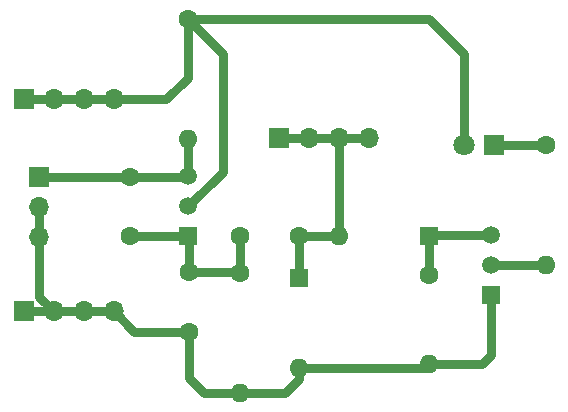
<source format=gbr>
%TF.GenerationSoftware,KiCad,Pcbnew,8.0.1*%
%TF.CreationDate,2024-04-15T06:40:04-04:00*%
%TF.ProjectId,xtal_tester,7874616c-5f74-4657-9374-65722e6b6963,rev?*%
%TF.SameCoordinates,PX6bc3e40PY51bada0*%
%TF.FileFunction,Copper,L2,Bot*%
%TF.FilePolarity,Positive*%
%FSLAX46Y46*%
G04 Gerber Fmt 4.6, Leading zero omitted, Abs format (unit mm)*
G04 Created by KiCad (PCBNEW 8.0.1) date 2024-04-15 06:40:04*
%MOMM*%
%LPD*%
G01*
G04 APERTURE LIST*
%TA.AperFunction,ComponentPad*%
%ADD10R,1.700000X1.700000*%
%TD*%
%TA.AperFunction,ComponentPad*%
%ADD11O,1.700000X1.700000*%
%TD*%
%TA.AperFunction,ComponentPad*%
%ADD12C,1.600000*%
%TD*%
%TA.AperFunction,ComponentPad*%
%ADD13O,1.600000X1.600000*%
%TD*%
%TA.AperFunction,ComponentPad*%
%ADD14R,1.800000X1.800000*%
%TD*%
%TA.AperFunction,ComponentPad*%
%ADD15C,1.800000*%
%TD*%
%TA.AperFunction,ComponentPad*%
%ADD16R,1.600000X1.600000*%
%TD*%
%TA.AperFunction,ComponentPad*%
%ADD17R,1.500000X1.500000*%
%TD*%
%TA.AperFunction,ComponentPad*%
%ADD18C,1.500000*%
%TD*%
%TA.AperFunction,Conductor*%
%ADD19C,0.800000*%
%TD*%
G04 APERTURE END LIST*
D10*
%TO.P,J4,1,Pin_1*%
%TO.N,Net-(J4-Pin_1)*%
X4100000Y-16400000D03*
D11*
%TO.P,J4,2,Pin_2*%
%TO.N,GND*%
X4100000Y-18940000D03*
%TO.P,J4,3,Pin_3*%
X4100000Y-21480000D03*
%TD*%
D12*
%TO.P,C2,1*%
%TO.N,Net-(Q1-E)*%
X16800000Y-24500000D03*
%TO.P,C2,2*%
%TO.N,GND*%
X16800000Y-29500000D03*
%TD*%
%TO.P,C1,1*%
%TO.N,Net-(J4-Pin_1)*%
X11800000Y-16400000D03*
%TO.P,C1,2*%
%TO.N,Net-(Q1-E)*%
X11800000Y-21400000D03*
%TD*%
%TO.P,C4,1*%
%TO.N,Net-(D3-K)*%
X37100000Y-24750000D03*
D13*
%TO.P,C4,2*%
%TO.N,GND*%
X37100000Y-32250000D03*
%TD*%
D14*
%TO.P,D1,1,K*%
%TO.N,Net-(D1-K)*%
X42640000Y-13700000D03*
D15*
%TO.P,D1,2,A*%
%TO.N,VCC*%
X40100000Y-13700000D03*
%TD*%
D12*
%TO.P,R2,1*%
%TO.N,Net-(Q1-E)*%
X21100000Y-24520000D03*
D13*
%TO.P,R2,2*%
%TO.N,GND*%
X21100000Y-34680000D03*
%TD*%
D10*
%TO.P,J1,1,Pin_1*%
%TO.N,VCC*%
X2800000Y-9800000D03*
D11*
%TO.P,J1,2,Pin_2*%
X5340000Y-9800000D03*
%TO.P,J1,3,Pin_3*%
X7880000Y-9800000D03*
%TO.P,J1,4,Pin_4*%
X10420000Y-9800000D03*
%TD*%
D10*
%TO.P,J2,1,Pin_1*%
%TO.N,GND*%
X2800000Y-27800000D03*
D11*
%TO.P,J2,2,Pin_2*%
X5340000Y-27800000D03*
%TO.P,J2,3,Pin_3*%
X7880000Y-27800000D03*
%TO.P,J2,4,Pin_4*%
X10420000Y-27800000D03*
%TD*%
D16*
%TO.P,D3,1,K*%
%TO.N,Net-(D3-K)*%
X37110000Y-21400000D03*
D13*
%TO.P,D3,2,A*%
%TO.N,Net-(D2-K)*%
X29490000Y-21400000D03*
%TD*%
D12*
%TO.P,C3,1*%
%TO.N,Net-(Q1-E)*%
X21100000Y-21400000D03*
%TO.P,C3,2*%
%TO.N,Net-(D2-K)*%
X26100000Y-21400000D03*
%TD*%
D16*
%TO.P,D2,1,K*%
%TO.N,Net-(D2-K)*%
X26100000Y-24990000D03*
D13*
%TO.P,D2,2,A*%
%TO.N,GND*%
X26100000Y-32610000D03*
%TD*%
D10*
%TO.P,J3,1,Pin_1*%
%TO.N,Net-(D2-K)*%
X24420000Y-13100000D03*
D11*
%TO.P,J3,2,Pin_2*%
X26960000Y-13100000D03*
%TO.P,J3,3,Pin_3*%
X29500000Y-13100000D03*
%TO.P,J3,4,Pin_4*%
X32040000Y-13100000D03*
%TD*%
D17*
%TO.P,Q2,1,E*%
%TO.N,GND*%
X42400000Y-26440000D03*
D18*
%TO.P,Q2,2,C*%
%TO.N,Net-(Q2-C)*%
X42400000Y-23900000D03*
%TO.P,Q2,3,B*%
%TO.N,Net-(D3-K)*%
X42400000Y-21360000D03*
%TD*%
D17*
%TO.P,Q1,1,E*%
%TO.N,Net-(Q1-E)*%
X16760000Y-21440000D03*
D18*
%TO.P,Q1,2,C*%
%TO.N,VCC*%
X16760000Y-18900000D03*
%TO.P,Q1,3,B*%
%TO.N,Net-(J4-Pin_1)*%
X16760000Y-16360000D03*
%TD*%
D12*
%TO.P,R1,1*%
%TO.N,VCC*%
X16700000Y-3020000D03*
D13*
%TO.P,R1,2*%
%TO.N,Net-(J4-Pin_1)*%
X16700000Y-13180000D03*
%TD*%
D12*
%TO.P,R3,1*%
%TO.N,Net-(D1-K)*%
X47000000Y-13720000D03*
D13*
%TO.P,R3,2*%
%TO.N,Net-(Q2-C)*%
X47000000Y-23880000D03*
%TD*%
D19*
%TO.N,GND*%
X4100000Y-21480000D02*
X4100000Y-26560000D01*
X4100000Y-26560000D02*
X5340000Y-27800000D01*
X4100000Y-18940000D02*
X4100000Y-21480000D01*
%TO.N,Net-(J4-Pin_1)*%
X11800000Y-16400000D02*
X4100000Y-16400000D01*
%TO.N,Net-(Q1-E)*%
X16800000Y-21480000D02*
X16760000Y-21440000D01*
X21080000Y-24500000D02*
X21100000Y-24520000D01*
X16760000Y-21440000D02*
X11840000Y-21440000D01*
X16800000Y-24500000D02*
X21080000Y-24500000D01*
X21100000Y-24520000D02*
X21100000Y-21400000D01*
X11840000Y-21440000D02*
X11800000Y-21400000D01*
X16800000Y-24500000D02*
X16800000Y-21480000D01*
%TO.N,Net-(J4-Pin_1)*%
X11800000Y-16400000D02*
X16720000Y-16400000D01*
X16760000Y-16360000D02*
X16760000Y-13240000D01*
X16760000Y-13240000D02*
X16700000Y-13180000D01*
X16720000Y-16400000D02*
X16760000Y-16360000D01*
%TO.N,GND*%
X7880000Y-27800000D02*
X10420000Y-27800000D01*
X21100000Y-34680000D02*
X18080000Y-34680000D01*
X41650000Y-32250000D02*
X42400000Y-31500000D01*
X18080000Y-34680000D02*
X16800000Y-33400000D01*
X21100000Y-34680000D02*
X24920000Y-34680000D01*
X26100000Y-33500000D02*
X26100000Y-32610000D01*
X16800000Y-33400000D02*
X16800000Y-29500000D01*
X36740000Y-32610000D02*
X37100000Y-32250000D01*
X5340000Y-27800000D02*
X7880000Y-27800000D01*
X37100000Y-32250000D02*
X41650000Y-32250000D01*
X26100000Y-32610000D02*
X36740000Y-32610000D01*
X2800000Y-27800000D02*
X5340000Y-27800000D01*
X24920000Y-34680000D02*
X26100000Y-33500000D01*
X16800000Y-29500000D02*
X12120000Y-29500000D01*
X42400000Y-31500000D02*
X42400000Y-26440000D01*
X12120000Y-29500000D02*
X10420000Y-27800000D01*
%TO.N,Net-(D2-K)*%
X26960000Y-13100000D02*
X24420000Y-13100000D01*
X26960000Y-13100000D02*
X29500000Y-13100000D01*
X29490000Y-13110000D02*
X29500000Y-13100000D01*
X29490000Y-21400000D02*
X29490000Y-13110000D01*
X29500000Y-13100000D02*
X32040000Y-13100000D01*
X26100000Y-21400000D02*
X26100000Y-24990000D01*
X26100000Y-21400000D02*
X29490000Y-21400000D01*
%TO.N,Net-(D3-K)*%
X37110000Y-24740000D02*
X37100000Y-24750000D01*
X37110000Y-21400000D02*
X37110000Y-24740000D01*
X37150000Y-21360000D02*
X37110000Y-21400000D01*
X42400000Y-21360000D02*
X37150000Y-21360000D01*
%TO.N,VCC*%
X19700000Y-15960000D02*
X19700000Y-6020000D01*
X16760000Y-18900000D02*
X19700000Y-15960000D01*
X16700000Y-8000000D02*
X16700000Y-3020000D01*
X5340000Y-9800000D02*
X7880000Y-9800000D01*
X19700000Y-6020000D02*
X16700000Y-3020000D01*
X37120000Y-3020000D02*
X16700000Y-3020000D01*
X7880000Y-9800000D02*
X10420000Y-9800000D01*
X40100000Y-6000000D02*
X37120000Y-3020000D01*
X14900000Y-9800000D02*
X16700000Y-8000000D01*
X40100000Y-13700000D02*
X40100000Y-6000000D01*
X2800000Y-9800000D02*
X5340000Y-9800000D01*
X10420000Y-9800000D02*
X14900000Y-9800000D01*
%TO.N,Net-(D1-K)*%
X46980000Y-13700000D02*
X47000000Y-13720000D01*
X42640000Y-13700000D02*
X46980000Y-13700000D01*
%TO.N,Net-(Q2-C)*%
X42400000Y-23900000D02*
X46980000Y-23900000D01*
X46980000Y-23900000D02*
X47000000Y-23880000D01*
%TD*%
M02*

</source>
